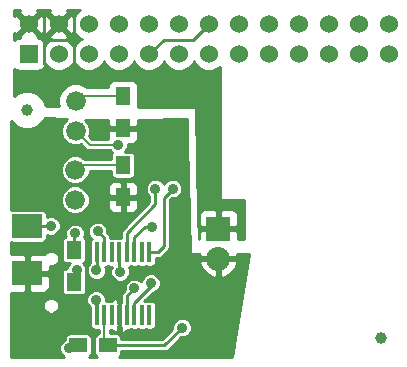
<source format=gtl>
G04 #@! TF.FileFunction,Copper,L1,Top,Signal*
%FSLAX46Y46*%
G04 Gerber Fmt 4.6, Leading zero omitted, Abs format (unit mm)*
G04 Created by KiCad (PCBNEW 4.0.1-stable) date 7/13/2016 10:57:54 AM*
%MOMM*%
G01*
G04 APERTURE LIST*
%ADD10C,0.150000*%
%ADD11R,2.500000X2.000000*%
%ADD12C,1.000000*%
%ADD13R,0.406400X1.651000*%
%ADD14R,1.524000X1.524000*%
%ADD15C,1.524000*%
%ADD16C,1.676400*%
%ADD17R,1.300000X1.500000*%
%ADD18R,1.500000X1.250000*%
%ADD19R,2.032000X2.032000*%
%ADD20O,2.032000X2.032000*%
%ADD21C,0.889000*%
%ADD22C,0.254000*%
%ADD23C,0.203200*%
G04 APERTURE END LIST*
D10*
D11*
X139800000Y-96000000D03*
X139800000Y-92000000D03*
D12*
X139778000Y-82144000D03*
X169750000Y-101448000D03*
D13*
X148223500Y-94209000D03*
X147588500Y-94209000D03*
X146953500Y-94209000D03*
X146318500Y-94209000D03*
X150128500Y-99543000D03*
X150128500Y-94209000D03*
X149493500Y-94209000D03*
X148858500Y-94209000D03*
X145683500Y-99543000D03*
X146318500Y-99543000D03*
X146953500Y-99543000D03*
X147588500Y-99543000D03*
X148223500Y-99543000D03*
X148858500Y-99543000D03*
X145683500Y-94209000D03*
X149493500Y-99543000D03*
D14*
X139905000Y-77445000D03*
D15*
X139905000Y-74905000D03*
X142445000Y-77445000D03*
X142445000Y-74905000D03*
X144985000Y-77445000D03*
X144985000Y-74905000D03*
X147525000Y-77445000D03*
X147525000Y-74905000D03*
X150065000Y-77445000D03*
X150065000Y-74905000D03*
X152605000Y-77445000D03*
X152605000Y-74905000D03*
X155145000Y-77445000D03*
X155145000Y-74905000D03*
X157685000Y-77445000D03*
X157685000Y-74905000D03*
X160225000Y-77445000D03*
X160225000Y-74905000D03*
X162765000Y-77445000D03*
X162765000Y-74905000D03*
X165305000Y-77445000D03*
X165305000Y-74905000D03*
X167845000Y-77445000D03*
X167845000Y-74905000D03*
X170385000Y-77445000D03*
X170385000Y-74905000D03*
D16*
X143842000Y-87224000D03*
X143842000Y-89764000D03*
X143880000Y-81380000D03*
X143880000Y-83920000D03*
D17*
X143760000Y-96690000D03*
X143760000Y-93990000D03*
D18*
X146616000Y-102083000D03*
X144116000Y-102083000D03*
D17*
X147906000Y-89526500D03*
X147906000Y-86826500D03*
X147906000Y-83684500D03*
X147906000Y-80984500D03*
D19*
X155956000Y-92202000D03*
D20*
X155956000Y-94742000D03*
D21*
X150382500Y-92050000D03*
X152908000Y-100584000D03*
X143890000Y-98340000D03*
X145620000Y-98240000D03*
X145650000Y-95740000D03*
X148858500Y-97257000D03*
X143334000Y-102337000D03*
X147652000Y-95860000D03*
X143840000Y-92600000D03*
X141790000Y-91960000D03*
X150636500Y-88811500D03*
X150255500Y-96812500D03*
X147460000Y-85100000D03*
X145747000Y-92431000D03*
X152097000Y-88811500D03*
X143980000Y-95720000D03*
D22*
X148858500Y-94209000D02*
X148858500Y-92949500D01*
X149758000Y-92050000D02*
X150382500Y-92050000D01*
X148858500Y-92949500D02*
X149758000Y-92050000D01*
X146318500Y-102083000D02*
X151409000Y-102083000D01*
X151409000Y-102083000D02*
X152908000Y-100584000D01*
D23*
X146318500Y-99543000D02*
X146318500Y-102083000D01*
D22*
X141224000Y-76200000D02*
X141224000Y-78232000D01*
X141224000Y-78232000D02*
X141478000Y-78486000D01*
X141224000Y-76200000D02*
X141224000Y-73914000D01*
X143764000Y-76200000D02*
X143764000Y-73914000D01*
X141224000Y-76200000D02*
X143764000Y-76200000D01*
X143764000Y-76200000D02*
X143764000Y-78232000D01*
X139905000Y-74905000D02*
X139929000Y-74905000D01*
X139929000Y-74905000D02*
X141224000Y-76200000D01*
X145683500Y-98303500D02*
X145620000Y-98240000D01*
X145683500Y-99543000D02*
X145683500Y-98303500D01*
X145650000Y-95740000D02*
X145683500Y-95706500D01*
X145683500Y-95706500D02*
X145683500Y-94209000D01*
X150065000Y-77445000D02*
X150139000Y-77445000D01*
X150139000Y-77445000D02*
X151384000Y-76200000D01*
X151384000Y-76200000D02*
X153850000Y-76200000D01*
X153850000Y-76200000D02*
X155145000Y-74905000D01*
X148223500Y-99543000D02*
X148223500Y-97892000D01*
X148223500Y-97892000D02*
X148858500Y-97257000D01*
D23*
X144413500Y-102083000D02*
X143588000Y-102083000D01*
X143588000Y-102083000D02*
X143334000Y-102337000D01*
D22*
X147588500Y-94209000D02*
X147588500Y-95796500D01*
X147588500Y-95796500D02*
X147652000Y-95860000D01*
X143760000Y-92680000D02*
X143840000Y-92600000D01*
X143760000Y-93990000D02*
X143760000Y-92680000D01*
X141750000Y-92000000D02*
X141790000Y-91960000D01*
X139800000Y-92000000D02*
X141750000Y-92000000D01*
X148223500Y-94209000D02*
X148223500Y-92568500D01*
X150636500Y-90155500D02*
X150636500Y-88811500D01*
X148223500Y-92568500D02*
X150636500Y-90155500D01*
D23*
X144239500Y-86826500D02*
X143842000Y-87224000D01*
X147906000Y-86826500D02*
X144239500Y-86826500D01*
X144275500Y-80984500D02*
X143880000Y-81380000D01*
X147906000Y-80984500D02*
X144275500Y-80984500D01*
D22*
X148858500Y-99543000D02*
X148858500Y-98463500D01*
X148858500Y-98463500D02*
X150255500Y-97066500D01*
X150255500Y-97066500D02*
X150255500Y-96812500D01*
D23*
X145060000Y-85100000D02*
X143880000Y-83920000D01*
X147460000Y-85100000D02*
X145060000Y-85100000D01*
D22*
X146318500Y-94209000D02*
X146318500Y-93002500D01*
X146318500Y-93002500D02*
X145747000Y-92431000D01*
X150065000Y-74905000D02*
X150065000Y-75032000D01*
X150128500Y-94209000D02*
X150827000Y-94209000D01*
X150827000Y-94209000D02*
X151335000Y-93701000D01*
X151335000Y-93701000D02*
X151335000Y-89573500D01*
X151335000Y-89573500D02*
X152097000Y-88811500D01*
X143760000Y-95940000D02*
X143760000Y-96690000D01*
X143980000Y-95720000D02*
X143760000Y-95940000D01*
G36*
X153959990Y-78235303D02*
X154352630Y-78628629D01*
X154865900Y-78841757D01*
X155421661Y-78842242D01*
X155935303Y-78630010D01*
X156083000Y-78482571D01*
X156083000Y-89662000D01*
X156093006Y-89711410D01*
X156121447Y-89753035D01*
X156163841Y-89780315D01*
X156210000Y-89789000D01*
X158115000Y-89789000D01*
X158115000Y-93091000D01*
X157607000Y-93091000D01*
X157607000Y-92487750D01*
X157448250Y-92329000D01*
X156083000Y-92329000D01*
X156083000Y-92349000D01*
X155829000Y-92349000D01*
X155829000Y-92329000D01*
X154463750Y-92329000D01*
X154305000Y-92487750D01*
X154305000Y-93091000D01*
X154302146Y-93091000D01*
X154255980Y-91059690D01*
X154305000Y-91059690D01*
X154305000Y-91916250D01*
X154463750Y-92075000D01*
X155829000Y-92075000D01*
X155829000Y-90709750D01*
X156083000Y-90709750D01*
X156083000Y-92075000D01*
X157448250Y-92075000D01*
X157607000Y-91916250D01*
X157607000Y-91059690D01*
X157510327Y-90826301D01*
X157331698Y-90647673D01*
X157098309Y-90551000D01*
X156241750Y-90551000D01*
X156083000Y-90709750D01*
X155829000Y-90709750D01*
X155670250Y-90551000D01*
X154813691Y-90551000D01*
X154580302Y-90647673D01*
X154401673Y-90826301D01*
X154305000Y-91059690D01*
X154255980Y-91059690D01*
X154050967Y-82039114D01*
X154039841Y-81989944D01*
X154010462Y-81948977D01*
X153967459Y-81922667D01*
X153925212Y-81915006D01*
X149176067Y-81869674D01*
X149203440Y-81734500D01*
X149203440Y-80234500D01*
X149159162Y-79999183D01*
X149020090Y-79783059D01*
X148807890Y-79638069D01*
X148556000Y-79587060D01*
X147256000Y-79587060D01*
X147020683Y-79631338D01*
X146804559Y-79770410D01*
X146659569Y-79982610D01*
X146608560Y-80234500D01*
X146608560Y-80247900D01*
X144831479Y-80247900D01*
X144715591Y-80131810D01*
X144174323Y-79907056D01*
X143588248Y-79906545D01*
X143046589Y-80130353D01*
X142631810Y-80544409D01*
X142407056Y-81085677D01*
X142406545Y-81671752D01*
X142461843Y-81805584D01*
X141394376Y-81795395D01*
X141158108Y-81223582D01*
X140700825Y-80765501D01*
X140103050Y-80517283D01*
X139455789Y-80516718D01*
X138857582Y-80763892D01*
X138685000Y-80936173D01*
X138685000Y-78662602D01*
X138891110Y-78803431D01*
X139143000Y-78854440D01*
X140667000Y-78854440D01*
X140902317Y-78810162D01*
X141118441Y-78671090D01*
X141263431Y-78458890D01*
X141300492Y-78275876D01*
X141652630Y-78628629D01*
X142165900Y-78841757D01*
X142721661Y-78842242D01*
X143235303Y-78630010D01*
X143628629Y-78237370D01*
X143714949Y-78029488D01*
X143799990Y-78235303D01*
X144192630Y-78628629D01*
X144705900Y-78841757D01*
X145261661Y-78842242D01*
X145775303Y-78630010D01*
X146168629Y-78237370D01*
X146254949Y-78029488D01*
X146339990Y-78235303D01*
X146732630Y-78628629D01*
X147245900Y-78841757D01*
X147801661Y-78842242D01*
X148315303Y-78630010D01*
X148708629Y-78237370D01*
X148794949Y-78029488D01*
X148879990Y-78235303D01*
X149272630Y-78628629D01*
X149785900Y-78841757D01*
X150341661Y-78842242D01*
X150855303Y-78630010D01*
X151248629Y-78237370D01*
X151334949Y-78029488D01*
X151419990Y-78235303D01*
X151812630Y-78628629D01*
X152325900Y-78841757D01*
X152881661Y-78842242D01*
X153395303Y-78630010D01*
X153788629Y-78237370D01*
X153874949Y-78029488D01*
X153959990Y-78235303D01*
X153959990Y-78235303D01*
G37*
X153959990Y-78235303D02*
X154352630Y-78628629D01*
X154865900Y-78841757D01*
X155421661Y-78842242D01*
X155935303Y-78630010D01*
X156083000Y-78482571D01*
X156083000Y-89662000D01*
X156093006Y-89711410D01*
X156121447Y-89753035D01*
X156163841Y-89780315D01*
X156210000Y-89789000D01*
X158115000Y-89789000D01*
X158115000Y-93091000D01*
X157607000Y-93091000D01*
X157607000Y-92487750D01*
X157448250Y-92329000D01*
X156083000Y-92329000D01*
X156083000Y-92349000D01*
X155829000Y-92349000D01*
X155829000Y-92329000D01*
X154463750Y-92329000D01*
X154305000Y-92487750D01*
X154305000Y-93091000D01*
X154302146Y-93091000D01*
X154255980Y-91059690D01*
X154305000Y-91059690D01*
X154305000Y-91916250D01*
X154463750Y-92075000D01*
X155829000Y-92075000D01*
X155829000Y-90709750D01*
X156083000Y-90709750D01*
X156083000Y-92075000D01*
X157448250Y-92075000D01*
X157607000Y-91916250D01*
X157607000Y-91059690D01*
X157510327Y-90826301D01*
X157331698Y-90647673D01*
X157098309Y-90551000D01*
X156241750Y-90551000D01*
X156083000Y-90709750D01*
X155829000Y-90709750D01*
X155670250Y-90551000D01*
X154813691Y-90551000D01*
X154580302Y-90647673D01*
X154401673Y-90826301D01*
X154305000Y-91059690D01*
X154255980Y-91059690D01*
X154050967Y-82039114D01*
X154039841Y-81989944D01*
X154010462Y-81948977D01*
X153967459Y-81922667D01*
X153925212Y-81915006D01*
X149176067Y-81869674D01*
X149203440Y-81734500D01*
X149203440Y-80234500D01*
X149159162Y-79999183D01*
X149020090Y-79783059D01*
X148807890Y-79638069D01*
X148556000Y-79587060D01*
X147256000Y-79587060D01*
X147020683Y-79631338D01*
X146804559Y-79770410D01*
X146659569Y-79982610D01*
X146608560Y-80234500D01*
X146608560Y-80247900D01*
X144831479Y-80247900D01*
X144715591Y-80131810D01*
X144174323Y-79907056D01*
X143588248Y-79906545D01*
X143046589Y-80130353D01*
X142631810Y-80544409D01*
X142407056Y-81085677D01*
X142406545Y-81671752D01*
X142461843Y-81805584D01*
X141394376Y-81795395D01*
X141158108Y-81223582D01*
X140700825Y-80765501D01*
X140103050Y-80517283D01*
X139455789Y-80516718D01*
X138857582Y-80763892D01*
X138685000Y-80936173D01*
X138685000Y-78662602D01*
X138891110Y-78803431D01*
X139143000Y-78854440D01*
X140667000Y-78854440D01*
X140902317Y-78810162D01*
X141118441Y-78671090D01*
X141263431Y-78458890D01*
X141300492Y-78275876D01*
X141652630Y-78628629D01*
X142165900Y-78841757D01*
X142721661Y-78842242D01*
X143235303Y-78630010D01*
X143628629Y-78237370D01*
X143714949Y-78029488D01*
X143799990Y-78235303D01*
X144192630Y-78628629D01*
X144705900Y-78841757D01*
X145261661Y-78842242D01*
X145775303Y-78630010D01*
X146168629Y-78237370D01*
X146254949Y-78029488D01*
X146339990Y-78235303D01*
X146732630Y-78628629D01*
X147245900Y-78841757D01*
X147801661Y-78842242D01*
X148315303Y-78630010D01*
X148708629Y-78237370D01*
X148794949Y-78029488D01*
X148879990Y-78235303D01*
X149272630Y-78628629D01*
X149785900Y-78841757D01*
X150341661Y-78842242D01*
X150855303Y-78630010D01*
X151248629Y-78237370D01*
X151334949Y-78029488D01*
X151419990Y-78235303D01*
X151812630Y-78628629D01*
X152325900Y-78841757D01*
X152881661Y-78842242D01*
X153395303Y-78630010D01*
X153788629Y-78237370D01*
X153874949Y-78029488D01*
X153959990Y-78235303D01*
G36*
X139104392Y-73924787D02*
X139905000Y-74725395D01*
X140705608Y-73924787D01*
X140636831Y-73685000D01*
X141713169Y-73685000D01*
X141644392Y-73924787D01*
X142445000Y-74725395D01*
X143245608Y-73924787D01*
X143176831Y-73685000D01*
X144279379Y-73685000D01*
X144194697Y-73719990D01*
X143801371Y-74112630D01*
X143721605Y-74304727D01*
X143667397Y-74173857D01*
X143425213Y-74104392D01*
X142624605Y-74905000D01*
X143425213Y-75705608D01*
X143667397Y-75636143D01*
X143717509Y-75495682D01*
X143799990Y-75695303D01*
X144192630Y-76088629D01*
X144400512Y-76174949D01*
X144194697Y-76259990D01*
X143801371Y-76652630D01*
X143715051Y-76860512D01*
X143630010Y-76654697D01*
X143237370Y-76261371D01*
X143045273Y-76181605D01*
X143176143Y-76127397D01*
X143245608Y-75885213D01*
X142445000Y-75084605D01*
X141644392Y-75885213D01*
X141713857Y-76127397D01*
X141854318Y-76177509D01*
X141654697Y-76259990D01*
X141301237Y-76612833D01*
X141270162Y-76447683D01*
X141131090Y-76231559D01*
X140918890Y-76086569D01*
X140667000Y-76035560D01*
X140662484Y-76035560D01*
X140705608Y-75885213D01*
X139905000Y-75084605D01*
X139104392Y-75885213D01*
X139147516Y-76035560D01*
X139143000Y-76035560D01*
X138907683Y-76079838D01*
X138691559Y-76218910D01*
X138685000Y-76228509D01*
X138685000Y-75636831D01*
X138924787Y-75705608D01*
X139725395Y-74905000D01*
X140084605Y-74905000D01*
X140885213Y-75705608D01*
X141127397Y-75636143D01*
X141171453Y-75512656D01*
X141222603Y-75636143D01*
X141464787Y-75705608D01*
X142265395Y-74905000D01*
X141464787Y-74104392D01*
X141222603Y-74173857D01*
X141178547Y-74297344D01*
X141127397Y-74173857D01*
X140885213Y-74104392D01*
X140084605Y-74905000D01*
X139725395Y-74905000D01*
X138924787Y-74104392D01*
X138685000Y-74173169D01*
X138685000Y-73685000D01*
X139173169Y-73685000D01*
X139104392Y-73924787D01*
X139104392Y-73924787D01*
G37*
X139104392Y-73924787D02*
X139905000Y-74725395D01*
X140705608Y-73924787D01*
X140636831Y-73685000D01*
X141713169Y-73685000D01*
X141644392Y-73924787D01*
X142445000Y-74725395D01*
X143245608Y-73924787D01*
X143176831Y-73685000D01*
X144279379Y-73685000D01*
X144194697Y-73719990D01*
X143801371Y-74112630D01*
X143721605Y-74304727D01*
X143667397Y-74173857D01*
X143425213Y-74104392D01*
X142624605Y-74905000D01*
X143425213Y-75705608D01*
X143667397Y-75636143D01*
X143717509Y-75495682D01*
X143799990Y-75695303D01*
X144192630Y-76088629D01*
X144400512Y-76174949D01*
X144194697Y-76259990D01*
X143801371Y-76652630D01*
X143715051Y-76860512D01*
X143630010Y-76654697D01*
X143237370Y-76261371D01*
X143045273Y-76181605D01*
X143176143Y-76127397D01*
X143245608Y-75885213D01*
X142445000Y-75084605D01*
X141644392Y-75885213D01*
X141713857Y-76127397D01*
X141854318Y-76177509D01*
X141654697Y-76259990D01*
X141301237Y-76612833D01*
X141270162Y-76447683D01*
X141131090Y-76231559D01*
X140918890Y-76086569D01*
X140667000Y-76035560D01*
X140662484Y-76035560D01*
X140705608Y-75885213D01*
X139905000Y-75084605D01*
X139104392Y-75885213D01*
X139147516Y-76035560D01*
X139143000Y-76035560D01*
X138907683Y-76079838D01*
X138691559Y-76218910D01*
X138685000Y-76228509D01*
X138685000Y-75636831D01*
X138924787Y-75705608D01*
X139725395Y-74905000D01*
X140084605Y-74905000D01*
X140885213Y-75705608D01*
X141127397Y-75636143D01*
X141171453Y-75512656D01*
X141222603Y-75636143D01*
X141464787Y-75705608D01*
X142265395Y-74905000D01*
X141464787Y-74104392D01*
X141222603Y-74173857D01*
X141178547Y-74297344D01*
X141127397Y-74173857D01*
X140885213Y-74104392D01*
X140084605Y-74905000D01*
X139725395Y-74905000D01*
X138924787Y-74104392D01*
X138685000Y-74173169D01*
X138685000Y-73685000D01*
X139173169Y-73685000D01*
X139104392Y-73924787D01*
G36*
X143157116Y-82918917D02*
X142847015Y-83228477D01*
X142661012Y-83676422D01*
X142660588Y-84161450D01*
X142845809Y-84609719D01*
X143188477Y-84952985D01*
X143636422Y-85138988D01*
X144121450Y-85139412D01*
X144330524Y-85053024D01*
X144718750Y-85441250D01*
X144875317Y-85545864D01*
X145060000Y-85582600D01*
X146775342Y-85582600D01*
X146988348Y-85795978D01*
X146985135Y-85798046D01*
X146898141Y-85925366D01*
X146867536Y-86076500D01*
X146867536Y-86343900D01*
X144686142Y-86343900D01*
X144533523Y-86191015D01*
X144085578Y-86005012D01*
X143600550Y-86004588D01*
X143152281Y-86189809D01*
X142809015Y-86532477D01*
X142623012Y-86980422D01*
X142622588Y-87465450D01*
X142807809Y-87913719D01*
X143150477Y-88256985D01*
X143598422Y-88442988D01*
X144083450Y-88443412D01*
X144531719Y-88258191D01*
X144874985Y-87915523D01*
X145060988Y-87467578D01*
X145061127Y-87309100D01*
X146867536Y-87309100D01*
X146867536Y-87576500D01*
X146894103Y-87717690D01*
X146977546Y-87847365D01*
X147104866Y-87934359D01*
X147256000Y-87964964D01*
X148556000Y-87964964D01*
X148697190Y-87938397D01*
X148826865Y-87854954D01*
X148913859Y-87727634D01*
X148944464Y-87576500D01*
X148944464Y-86076500D01*
X148917897Y-85935310D01*
X148834454Y-85805635D01*
X148707134Y-85718641D01*
X148556000Y-85688036D01*
X148039391Y-85688036D01*
X148159417Y-85568219D01*
X148285357Y-85264923D01*
X148285527Y-85069500D01*
X148682310Y-85069500D01*
X148915699Y-84972827D01*
X149094327Y-84794198D01*
X149191000Y-84560809D01*
X149191000Y-83970250D01*
X149032250Y-83811500D01*
X148033000Y-83811500D01*
X148033000Y-83831500D01*
X147779000Y-83831500D01*
X147779000Y-83811500D01*
X146779750Y-83811500D01*
X146621000Y-83970250D01*
X146621000Y-84560809D01*
X146644441Y-84617400D01*
X145259900Y-84617400D01*
X145013047Y-84370547D01*
X145098988Y-84163578D01*
X145099412Y-83678550D01*
X144914191Y-83230281D01*
X144682111Y-82997796D01*
X145359440Y-83032830D01*
X145367609Y-83032990D01*
X146621000Y-83017109D01*
X146621000Y-83398750D01*
X146779750Y-83557500D01*
X147779000Y-83557500D01*
X147779000Y-83537500D01*
X148033000Y-83537500D01*
X148033000Y-83557500D01*
X149032250Y-83557500D01*
X149191000Y-83398750D01*
X149191000Y-82984545D01*
X153289000Y-82932620D01*
X153289000Y-84836000D01*
X153289046Y-84839431D01*
X153543046Y-94237431D01*
X153554383Y-94286553D01*
X153583938Y-94327394D01*
X153627054Y-94353518D01*
X153670000Y-94361000D01*
X154350930Y-94361000D01*
X154469164Y-94615000D01*
X155829000Y-94615000D01*
X155829000Y-94595000D01*
X156083000Y-94595000D01*
X156083000Y-94615000D01*
X157442836Y-94615000D01*
X157561070Y-94361000D01*
X158600082Y-94361000D01*
X157152082Y-103049000D01*
X147539665Y-103049000D01*
X147636865Y-102986454D01*
X147723859Y-102859134D01*
X147754464Y-102708000D01*
X147754464Y-102591000D01*
X151409000Y-102591000D01*
X151603403Y-102552331D01*
X151768210Y-102442210D01*
X152801013Y-101409407D01*
X153071482Y-101409643D01*
X153374998Y-101284233D01*
X153607417Y-101052219D01*
X153733357Y-100748923D01*
X153733643Y-100420518D01*
X153608233Y-100117002D01*
X153376219Y-99884583D01*
X153072923Y-99758643D01*
X152744518Y-99758357D01*
X152441002Y-99883767D01*
X152208583Y-100115781D01*
X152082643Y-100419077D01*
X152082406Y-100691174D01*
X151198580Y-101575000D01*
X147754464Y-101575000D01*
X147754464Y-101458000D01*
X147727897Y-101316810D01*
X147644454Y-101187135D01*
X147517134Y-101100141D01*
X147366000Y-101069536D01*
X146801100Y-101069536D01*
X146801100Y-100756964D01*
X146875738Y-100756964D01*
X147025602Y-100906827D01*
X147258991Y-101003500D01*
X147328150Y-101003500D01*
X147486900Y-100844750D01*
X147486900Y-100560114D01*
X147514559Y-100519634D01*
X147545164Y-100368500D01*
X147545164Y-98717500D01*
X147631836Y-98717500D01*
X147631836Y-100368500D01*
X147658403Y-100509690D01*
X147690100Y-100558949D01*
X147690100Y-100844750D01*
X147848850Y-101003500D01*
X147918009Y-101003500D01*
X148151398Y-100906827D01*
X148301262Y-100756964D01*
X148426700Y-100756964D01*
X148545195Y-100734667D01*
X148655300Y-100756964D01*
X149061700Y-100756964D01*
X149180195Y-100734667D01*
X149290300Y-100756964D01*
X149696700Y-100756964D01*
X149815195Y-100734667D01*
X149925300Y-100756964D01*
X150331700Y-100756964D01*
X150472890Y-100730397D01*
X150602565Y-100646954D01*
X150689559Y-100519634D01*
X150720164Y-100368500D01*
X150720164Y-98717500D01*
X150693597Y-98576310D01*
X150610154Y-98446635D01*
X150482834Y-98359641D01*
X150331700Y-98329036D01*
X149925300Y-98329036D01*
X149806805Y-98351333D01*
X149708911Y-98331509D01*
X150402292Y-97638128D01*
X150418982Y-97638143D01*
X150722498Y-97512733D01*
X150954917Y-97280719D01*
X151080857Y-96977423D01*
X151081143Y-96649018D01*
X150955733Y-96345502D01*
X150723719Y-96113083D01*
X150420423Y-95987143D01*
X150092018Y-95986857D01*
X149788502Y-96112267D01*
X149556083Y-96344281D01*
X149430143Y-96647577D01*
X149430131Y-96661176D01*
X149326719Y-96557583D01*
X149023423Y-96431643D01*
X148695018Y-96431357D01*
X148391502Y-96556767D01*
X148159083Y-96788781D01*
X148033143Y-97092077D01*
X148032906Y-97364174D01*
X147864290Y-97532790D01*
X147754169Y-97697597D01*
X147715500Y-97892000D01*
X147715500Y-98215850D01*
X147690100Y-98241250D01*
X147690100Y-98525886D01*
X147662441Y-98566366D01*
X147631836Y-98717500D01*
X147545164Y-98717500D01*
X147518597Y-98576310D01*
X147486900Y-98527051D01*
X147486900Y-98241250D01*
X147328150Y-98082500D01*
X147258991Y-98082500D01*
X147025602Y-98179173D01*
X146875738Y-98329036D01*
X146750300Y-98329036D01*
X146631805Y-98351333D01*
X146521700Y-98329036D01*
X146445423Y-98329036D01*
X146445643Y-98076518D01*
X146320233Y-97773002D01*
X146088219Y-97540583D01*
X145784923Y-97414643D01*
X145456518Y-97414357D01*
X145153002Y-97539767D01*
X144920583Y-97771781D01*
X144794643Y-98075077D01*
X144794357Y-98403482D01*
X144919767Y-98706998D01*
X145091836Y-98879367D01*
X145091836Y-100368500D01*
X145118403Y-100509690D01*
X145201846Y-100639365D01*
X145329166Y-100726359D01*
X145480300Y-100756964D01*
X145835900Y-100756964D01*
X145835900Y-101075200D01*
X145724810Y-101096103D01*
X145595135Y-101179546D01*
X145508141Y-101306866D01*
X145477536Y-101458000D01*
X145477536Y-102708000D01*
X145504103Y-102849190D01*
X145587546Y-102978865D01*
X145690192Y-103049000D01*
X145039665Y-103049000D01*
X145136865Y-102986454D01*
X145223859Y-102859134D01*
X145254464Y-102708000D01*
X145254464Y-101458000D01*
X145227897Y-101316810D01*
X145144454Y-101187135D01*
X145017134Y-101100141D01*
X144866000Y-101069536D01*
X143366000Y-101069536D01*
X143224810Y-101096103D01*
X143095135Y-101179546D01*
X143008141Y-101306866D01*
X142977536Y-101458000D01*
X142977536Y-101591095D01*
X142867002Y-101636767D01*
X142634583Y-101868781D01*
X142508643Y-102172077D01*
X142508357Y-102500482D01*
X142633767Y-102803998D01*
X142865781Y-103036417D01*
X142896084Y-103049000D01*
X138431000Y-103049000D01*
X138431000Y-98869914D01*
X141148886Y-98869914D01*
X141248546Y-99111109D01*
X141432921Y-99295806D01*
X141673941Y-99395886D01*
X141934914Y-99396114D01*
X142176109Y-99296454D01*
X142360806Y-99112079D01*
X142460886Y-98871059D01*
X142461114Y-98610086D01*
X142361454Y-98368891D01*
X142177079Y-98184194D01*
X141936059Y-98084114D01*
X141675086Y-98083886D01*
X141433891Y-98183546D01*
X141249194Y-98367921D01*
X141149114Y-98608941D01*
X141148886Y-98869914D01*
X138431000Y-98869914D01*
X138431000Y-97635000D01*
X139514250Y-97635000D01*
X139673000Y-97476250D01*
X139673000Y-96127000D01*
X139927000Y-96127000D01*
X139927000Y-97476250D01*
X140085750Y-97635000D01*
X141176310Y-97635000D01*
X141409699Y-97538327D01*
X141588327Y-97359698D01*
X141685000Y-97126309D01*
X141685000Y-96285750D01*
X141526250Y-96127000D01*
X139927000Y-96127000D01*
X139673000Y-96127000D01*
X139653000Y-96127000D01*
X139653000Y-95873000D01*
X139673000Y-95873000D01*
X139673000Y-94523750D01*
X139927000Y-94523750D01*
X139927000Y-95873000D01*
X141526250Y-95873000D01*
X141685000Y-95714250D01*
X141685000Y-95395896D01*
X141934914Y-95396114D01*
X142176109Y-95296454D01*
X142360806Y-95112079D01*
X142460886Y-94871059D01*
X142461114Y-94610086D01*
X142361454Y-94368891D01*
X142177079Y-94184194D01*
X141936059Y-94084114D01*
X141675086Y-94083886D01*
X141433891Y-94183546D01*
X141249194Y-94367921D01*
X141239533Y-94391188D01*
X141176310Y-94365000D01*
X140085750Y-94365000D01*
X139927000Y-94523750D01*
X139673000Y-94523750D01*
X139514250Y-94365000D01*
X138431000Y-94365000D01*
X138431000Y-93364366D01*
X138550000Y-93388464D01*
X141050000Y-93388464D01*
X141191190Y-93361897D01*
X141320865Y-93278454D01*
X141347139Y-93240000D01*
X142721536Y-93240000D01*
X142721536Y-94740000D01*
X142748103Y-94881190D01*
X142831546Y-95010865D01*
X142958866Y-95097859D01*
X143110000Y-95128464D01*
X143404115Y-95128464D01*
X143280583Y-95251781D01*
X143156113Y-95551536D01*
X143110000Y-95551536D01*
X142968810Y-95578103D01*
X142839135Y-95661546D01*
X142752141Y-95788866D01*
X142721536Y-95940000D01*
X142721536Y-97440000D01*
X142748103Y-97581190D01*
X142831546Y-97710865D01*
X142958866Y-97797859D01*
X143110000Y-97828464D01*
X144410000Y-97828464D01*
X144551190Y-97801897D01*
X144680865Y-97718454D01*
X144767859Y-97591134D01*
X144798464Y-97440000D01*
X144798464Y-95940000D01*
X144793482Y-95913522D01*
X144797650Y-95903482D01*
X144824357Y-95903482D01*
X144949767Y-96206998D01*
X145181781Y-96439417D01*
X145485077Y-96565357D01*
X145813482Y-96565643D01*
X146116998Y-96440233D01*
X146349417Y-96208219D01*
X146475357Y-95904923D01*
X146475643Y-95576518D01*
X146412196Y-95422964D01*
X146521700Y-95422964D01*
X146640195Y-95400667D01*
X146750300Y-95422964D01*
X146939635Y-95422964D01*
X146826643Y-95695077D01*
X146826357Y-96023482D01*
X146951767Y-96326998D01*
X147183781Y-96559417D01*
X147487077Y-96685357D01*
X147815482Y-96685643D01*
X148118998Y-96560233D01*
X148351417Y-96328219D01*
X148477357Y-96024923D01*
X148477643Y-95696518D01*
X148364613Y-95422964D01*
X148426700Y-95422964D01*
X148545195Y-95400667D01*
X148655300Y-95422964D01*
X149061700Y-95422964D01*
X149180195Y-95400667D01*
X149290300Y-95422964D01*
X149696700Y-95422964D01*
X149815195Y-95400667D01*
X149925300Y-95422964D01*
X150331700Y-95422964D01*
X150472890Y-95396397D01*
X150602565Y-95312954D01*
X150689559Y-95185634D01*
X150701848Y-95124944D01*
X154350025Y-95124944D01*
X154549615Y-95606818D01*
X154987621Y-96079188D01*
X155573054Y-96347983D01*
X155829000Y-96229367D01*
X155829000Y-94869000D01*
X156083000Y-94869000D01*
X156083000Y-96229367D01*
X156338946Y-96347983D01*
X156924379Y-96079188D01*
X157362385Y-95606818D01*
X157561975Y-95124944D01*
X157442836Y-94869000D01*
X156083000Y-94869000D01*
X155829000Y-94869000D01*
X154469164Y-94869000D01*
X154350025Y-95124944D01*
X150701848Y-95124944D01*
X150720164Y-95034500D01*
X150720164Y-94717000D01*
X150827000Y-94717000D01*
X151021403Y-94678331D01*
X151186210Y-94568210D01*
X151694210Y-94060211D01*
X151804330Y-93895404D01*
X151804331Y-93895403D01*
X151843000Y-93701000D01*
X151843000Y-89783920D01*
X151990013Y-89636907D01*
X152260482Y-89637143D01*
X152563998Y-89511733D01*
X152796417Y-89279719D01*
X152922357Y-88976423D01*
X152922643Y-88648018D01*
X152797233Y-88344502D01*
X152565219Y-88112083D01*
X152261923Y-87986143D01*
X151933518Y-87985857D01*
X151630002Y-88111267D01*
X151397583Y-88343281D01*
X151366830Y-88417342D01*
X151336733Y-88344502D01*
X151104719Y-88112083D01*
X150801423Y-87986143D01*
X150473018Y-87985857D01*
X150169502Y-88111267D01*
X149937083Y-88343281D01*
X149811143Y-88646577D01*
X149810857Y-88974982D01*
X149936267Y-89278498D01*
X150128500Y-89471067D01*
X150128500Y-89945080D01*
X147864290Y-92209290D01*
X147754169Y-92374097D01*
X147715500Y-92568500D01*
X147715500Y-92995036D01*
X147385300Y-92995036D01*
X147266805Y-93017333D01*
X147156700Y-92995036D01*
X146825015Y-92995036D01*
X146787831Y-92808097D01*
X146677710Y-92643290D01*
X146572407Y-92537987D01*
X146572643Y-92267518D01*
X146447233Y-91964002D01*
X146215219Y-91731583D01*
X145911923Y-91605643D01*
X145583518Y-91605357D01*
X145280002Y-91730767D01*
X145047583Y-91962781D01*
X144921643Y-92266077D01*
X144921357Y-92594482D01*
X145046767Y-92897998D01*
X145236237Y-93087799D01*
X145209435Y-93105046D01*
X145122441Y-93232366D01*
X145091836Y-93383500D01*
X145091836Y-95034500D01*
X145107087Y-95115550D01*
X144950583Y-95271781D01*
X144824643Y-95575077D01*
X144824357Y-95903482D01*
X144797650Y-95903482D01*
X144805357Y-95884923D01*
X144805643Y-95556518D01*
X144680233Y-95253002D01*
X144532838Y-95105350D01*
X144551190Y-95101897D01*
X144680865Y-95018454D01*
X144767859Y-94891134D01*
X144798464Y-94740000D01*
X144798464Y-93240000D01*
X144771897Y-93098810D01*
X144688454Y-92969135D01*
X144604406Y-92911708D01*
X144665357Y-92764923D01*
X144665643Y-92436518D01*
X144540233Y-92133002D01*
X144308219Y-91900583D01*
X144004923Y-91774643D01*
X143676518Y-91774357D01*
X143373002Y-91899767D01*
X143140583Y-92131781D01*
X143014643Y-92435077D01*
X143014357Y-92763482D01*
X143055015Y-92861882D01*
X142968810Y-92878103D01*
X142839135Y-92961546D01*
X142752141Y-93088866D01*
X142721536Y-93240000D01*
X141347139Y-93240000D01*
X141407859Y-93151134D01*
X141438464Y-93000000D01*
X141438464Y-92707868D01*
X141625077Y-92785357D01*
X141953482Y-92785643D01*
X142256998Y-92660233D01*
X142489417Y-92428219D01*
X142615357Y-92124923D01*
X142615643Y-91796518D01*
X142490233Y-91493002D01*
X142258219Y-91260583D01*
X141954923Y-91134643D01*
X141626518Y-91134357D01*
X141438464Y-91212059D01*
X141438464Y-91000000D01*
X141411897Y-90858810D01*
X141328454Y-90729135D01*
X141201134Y-90642141D01*
X141050000Y-90611536D01*
X138550000Y-90611536D01*
X138431000Y-90633928D01*
X138431000Y-90005450D01*
X142622588Y-90005450D01*
X142807809Y-90453719D01*
X143150477Y-90796985D01*
X143598422Y-90982988D01*
X144083450Y-90983412D01*
X144531719Y-90798191D01*
X144874985Y-90455523D01*
X145060988Y-90007578D01*
X145061158Y-89812250D01*
X146621000Y-89812250D01*
X146621000Y-90402809D01*
X146717673Y-90636198D01*
X146896301Y-90814827D01*
X147129690Y-90911500D01*
X147620250Y-90911500D01*
X147779000Y-90752750D01*
X147779000Y-89653500D01*
X148033000Y-89653500D01*
X148033000Y-90752750D01*
X148191750Y-90911500D01*
X148682310Y-90911500D01*
X148915699Y-90814827D01*
X149094327Y-90636198D01*
X149191000Y-90402809D01*
X149191000Y-89812250D01*
X149032250Y-89653500D01*
X148033000Y-89653500D01*
X147779000Y-89653500D01*
X146779750Y-89653500D01*
X146621000Y-89812250D01*
X145061158Y-89812250D01*
X145061412Y-89522550D01*
X144876191Y-89074281D01*
X144533523Y-88731015D01*
X144338878Y-88650191D01*
X146621000Y-88650191D01*
X146621000Y-89240750D01*
X146779750Y-89399500D01*
X147779000Y-89399500D01*
X147779000Y-88300250D01*
X148033000Y-88300250D01*
X148033000Y-89399500D01*
X149032250Y-89399500D01*
X149191000Y-89240750D01*
X149191000Y-88650191D01*
X149094327Y-88416802D01*
X148915699Y-88238173D01*
X148682310Y-88141500D01*
X148191750Y-88141500D01*
X148033000Y-88300250D01*
X147779000Y-88300250D01*
X147620250Y-88141500D01*
X147129690Y-88141500D01*
X146896301Y-88238173D01*
X146717673Y-88416802D01*
X146621000Y-88650191D01*
X144338878Y-88650191D01*
X144085578Y-88545012D01*
X143600550Y-88544588D01*
X143152281Y-88729809D01*
X142809015Y-89072477D01*
X142623012Y-89520422D01*
X142622588Y-90005450D01*
X138431000Y-90005450D01*
X138431000Y-83097584D01*
X138855175Y-83522499D01*
X139452950Y-83770717D01*
X140100211Y-83771282D01*
X140698418Y-83524108D01*
X141156499Y-83066825D01*
X141258690Y-82820722D01*
X143157116Y-82918917D01*
X143157116Y-82918917D01*
G37*
X143157116Y-82918917D02*
X142847015Y-83228477D01*
X142661012Y-83676422D01*
X142660588Y-84161450D01*
X142845809Y-84609719D01*
X143188477Y-84952985D01*
X143636422Y-85138988D01*
X144121450Y-85139412D01*
X144330524Y-85053024D01*
X144718750Y-85441250D01*
X144875317Y-85545864D01*
X145060000Y-85582600D01*
X146775342Y-85582600D01*
X146988348Y-85795978D01*
X146985135Y-85798046D01*
X146898141Y-85925366D01*
X146867536Y-86076500D01*
X146867536Y-86343900D01*
X144686142Y-86343900D01*
X144533523Y-86191015D01*
X144085578Y-86005012D01*
X143600550Y-86004588D01*
X143152281Y-86189809D01*
X142809015Y-86532477D01*
X142623012Y-86980422D01*
X142622588Y-87465450D01*
X142807809Y-87913719D01*
X143150477Y-88256985D01*
X143598422Y-88442988D01*
X144083450Y-88443412D01*
X144531719Y-88258191D01*
X144874985Y-87915523D01*
X145060988Y-87467578D01*
X145061127Y-87309100D01*
X146867536Y-87309100D01*
X146867536Y-87576500D01*
X146894103Y-87717690D01*
X146977546Y-87847365D01*
X147104866Y-87934359D01*
X147256000Y-87964964D01*
X148556000Y-87964964D01*
X148697190Y-87938397D01*
X148826865Y-87854954D01*
X148913859Y-87727634D01*
X148944464Y-87576500D01*
X148944464Y-86076500D01*
X148917897Y-85935310D01*
X148834454Y-85805635D01*
X148707134Y-85718641D01*
X148556000Y-85688036D01*
X148039391Y-85688036D01*
X148159417Y-85568219D01*
X148285357Y-85264923D01*
X148285527Y-85069500D01*
X148682310Y-85069500D01*
X148915699Y-84972827D01*
X149094327Y-84794198D01*
X149191000Y-84560809D01*
X149191000Y-83970250D01*
X149032250Y-83811500D01*
X148033000Y-83811500D01*
X148033000Y-83831500D01*
X147779000Y-83831500D01*
X147779000Y-83811500D01*
X146779750Y-83811500D01*
X146621000Y-83970250D01*
X146621000Y-84560809D01*
X146644441Y-84617400D01*
X145259900Y-84617400D01*
X145013047Y-84370547D01*
X145098988Y-84163578D01*
X145099412Y-83678550D01*
X144914191Y-83230281D01*
X144682111Y-82997796D01*
X145359440Y-83032830D01*
X145367609Y-83032990D01*
X146621000Y-83017109D01*
X146621000Y-83398750D01*
X146779750Y-83557500D01*
X147779000Y-83557500D01*
X147779000Y-83537500D01*
X148033000Y-83537500D01*
X148033000Y-83557500D01*
X149032250Y-83557500D01*
X149191000Y-83398750D01*
X149191000Y-82984545D01*
X153289000Y-82932620D01*
X153289000Y-84836000D01*
X153289046Y-84839431D01*
X153543046Y-94237431D01*
X153554383Y-94286553D01*
X153583938Y-94327394D01*
X153627054Y-94353518D01*
X153670000Y-94361000D01*
X154350930Y-94361000D01*
X154469164Y-94615000D01*
X155829000Y-94615000D01*
X155829000Y-94595000D01*
X156083000Y-94595000D01*
X156083000Y-94615000D01*
X157442836Y-94615000D01*
X157561070Y-94361000D01*
X158600082Y-94361000D01*
X157152082Y-103049000D01*
X147539665Y-103049000D01*
X147636865Y-102986454D01*
X147723859Y-102859134D01*
X147754464Y-102708000D01*
X147754464Y-102591000D01*
X151409000Y-102591000D01*
X151603403Y-102552331D01*
X151768210Y-102442210D01*
X152801013Y-101409407D01*
X153071482Y-101409643D01*
X153374998Y-101284233D01*
X153607417Y-101052219D01*
X153733357Y-100748923D01*
X153733643Y-100420518D01*
X153608233Y-100117002D01*
X153376219Y-99884583D01*
X153072923Y-99758643D01*
X152744518Y-99758357D01*
X152441002Y-99883767D01*
X152208583Y-100115781D01*
X152082643Y-100419077D01*
X152082406Y-100691174D01*
X151198580Y-101575000D01*
X147754464Y-101575000D01*
X147754464Y-101458000D01*
X147727897Y-101316810D01*
X147644454Y-101187135D01*
X147517134Y-101100141D01*
X147366000Y-101069536D01*
X146801100Y-101069536D01*
X146801100Y-100756964D01*
X146875738Y-100756964D01*
X147025602Y-100906827D01*
X147258991Y-101003500D01*
X147328150Y-101003500D01*
X147486900Y-100844750D01*
X147486900Y-100560114D01*
X147514559Y-100519634D01*
X147545164Y-100368500D01*
X147545164Y-98717500D01*
X147631836Y-98717500D01*
X147631836Y-100368500D01*
X147658403Y-100509690D01*
X147690100Y-100558949D01*
X147690100Y-100844750D01*
X147848850Y-101003500D01*
X147918009Y-101003500D01*
X148151398Y-100906827D01*
X148301262Y-100756964D01*
X148426700Y-100756964D01*
X148545195Y-100734667D01*
X148655300Y-100756964D01*
X149061700Y-100756964D01*
X149180195Y-100734667D01*
X149290300Y-100756964D01*
X149696700Y-100756964D01*
X149815195Y-100734667D01*
X149925300Y-100756964D01*
X150331700Y-100756964D01*
X150472890Y-100730397D01*
X150602565Y-100646954D01*
X150689559Y-100519634D01*
X150720164Y-100368500D01*
X150720164Y-98717500D01*
X150693597Y-98576310D01*
X150610154Y-98446635D01*
X150482834Y-98359641D01*
X150331700Y-98329036D01*
X149925300Y-98329036D01*
X149806805Y-98351333D01*
X149708911Y-98331509D01*
X150402292Y-97638128D01*
X150418982Y-97638143D01*
X150722498Y-97512733D01*
X150954917Y-97280719D01*
X151080857Y-96977423D01*
X151081143Y-96649018D01*
X150955733Y-96345502D01*
X150723719Y-96113083D01*
X150420423Y-95987143D01*
X150092018Y-95986857D01*
X149788502Y-96112267D01*
X149556083Y-96344281D01*
X149430143Y-96647577D01*
X149430131Y-96661176D01*
X149326719Y-96557583D01*
X149023423Y-96431643D01*
X148695018Y-96431357D01*
X148391502Y-96556767D01*
X148159083Y-96788781D01*
X148033143Y-97092077D01*
X148032906Y-97364174D01*
X147864290Y-97532790D01*
X147754169Y-97697597D01*
X147715500Y-97892000D01*
X147715500Y-98215850D01*
X147690100Y-98241250D01*
X147690100Y-98525886D01*
X147662441Y-98566366D01*
X147631836Y-98717500D01*
X147545164Y-98717500D01*
X147518597Y-98576310D01*
X147486900Y-98527051D01*
X147486900Y-98241250D01*
X147328150Y-98082500D01*
X147258991Y-98082500D01*
X147025602Y-98179173D01*
X146875738Y-98329036D01*
X146750300Y-98329036D01*
X146631805Y-98351333D01*
X146521700Y-98329036D01*
X146445423Y-98329036D01*
X146445643Y-98076518D01*
X146320233Y-97773002D01*
X146088219Y-97540583D01*
X145784923Y-97414643D01*
X145456518Y-97414357D01*
X145153002Y-97539767D01*
X144920583Y-97771781D01*
X144794643Y-98075077D01*
X144794357Y-98403482D01*
X144919767Y-98706998D01*
X145091836Y-98879367D01*
X145091836Y-100368500D01*
X145118403Y-100509690D01*
X145201846Y-100639365D01*
X145329166Y-100726359D01*
X145480300Y-100756964D01*
X145835900Y-100756964D01*
X145835900Y-101075200D01*
X145724810Y-101096103D01*
X145595135Y-101179546D01*
X145508141Y-101306866D01*
X145477536Y-101458000D01*
X145477536Y-102708000D01*
X145504103Y-102849190D01*
X145587546Y-102978865D01*
X145690192Y-103049000D01*
X145039665Y-103049000D01*
X145136865Y-102986454D01*
X145223859Y-102859134D01*
X145254464Y-102708000D01*
X145254464Y-101458000D01*
X145227897Y-101316810D01*
X145144454Y-101187135D01*
X145017134Y-101100141D01*
X144866000Y-101069536D01*
X143366000Y-101069536D01*
X143224810Y-101096103D01*
X143095135Y-101179546D01*
X143008141Y-101306866D01*
X142977536Y-101458000D01*
X142977536Y-101591095D01*
X142867002Y-101636767D01*
X142634583Y-101868781D01*
X142508643Y-102172077D01*
X142508357Y-102500482D01*
X142633767Y-102803998D01*
X142865781Y-103036417D01*
X142896084Y-103049000D01*
X138431000Y-103049000D01*
X138431000Y-98869914D01*
X141148886Y-98869914D01*
X141248546Y-99111109D01*
X141432921Y-99295806D01*
X141673941Y-99395886D01*
X141934914Y-99396114D01*
X142176109Y-99296454D01*
X142360806Y-99112079D01*
X142460886Y-98871059D01*
X142461114Y-98610086D01*
X142361454Y-98368891D01*
X142177079Y-98184194D01*
X141936059Y-98084114D01*
X141675086Y-98083886D01*
X141433891Y-98183546D01*
X141249194Y-98367921D01*
X141149114Y-98608941D01*
X141148886Y-98869914D01*
X138431000Y-98869914D01*
X138431000Y-97635000D01*
X139514250Y-97635000D01*
X139673000Y-97476250D01*
X139673000Y-96127000D01*
X139927000Y-96127000D01*
X139927000Y-97476250D01*
X140085750Y-97635000D01*
X141176310Y-97635000D01*
X141409699Y-97538327D01*
X141588327Y-97359698D01*
X141685000Y-97126309D01*
X141685000Y-96285750D01*
X141526250Y-96127000D01*
X139927000Y-96127000D01*
X139673000Y-96127000D01*
X139653000Y-96127000D01*
X139653000Y-95873000D01*
X139673000Y-95873000D01*
X139673000Y-94523750D01*
X139927000Y-94523750D01*
X139927000Y-95873000D01*
X141526250Y-95873000D01*
X141685000Y-95714250D01*
X141685000Y-95395896D01*
X141934914Y-95396114D01*
X142176109Y-95296454D01*
X142360806Y-95112079D01*
X142460886Y-94871059D01*
X142461114Y-94610086D01*
X142361454Y-94368891D01*
X142177079Y-94184194D01*
X141936059Y-94084114D01*
X141675086Y-94083886D01*
X141433891Y-94183546D01*
X141249194Y-94367921D01*
X141239533Y-94391188D01*
X141176310Y-94365000D01*
X140085750Y-94365000D01*
X139927000Y-94523750D01*
X139673000Y-94523750D01*
X139514250Y-94365000D01*
X138431000Y-94365000D01*
X138431000Y-93364366D01*
X138550000Y-93388464D01*
X141050000Y-93388464D01*
X141191190Y-93361897D01*
X141320865Y-93278454D01*
X141347139Y-93240000D01*
X142721536Y-93240000D01*
X142721536Y-94740000D01*
X142748103Y-94881190D01*
X142831546Y-95010865D01*
X142958866Y-95097859D01*
X143110000Y-95128464D01*
X143404115Y-95128464D01*
X143280583Y-95251781D01*
X143156113Y-95551536D01*
X143110000Y-95551536D01*
X142968810Y-95578103D01*
X142839135Y-95661546D01*
X142752141Y-95788866D01*
X142721536Y-95940000D01*
X142721536Y-97440000D01*
X142748103Y-97581190D01*
X142831546Y-97710865D01*
X142958866Y-97797859D01*
X143110000Y-97828464D01*
X144410000Y-97828464D01*
X144551190Y-97801897D01*
X144680865Y-97718454D01*
X144767859Y-97591134D01*
X144798464Y-97440000D01*
X144798464Y-95940000D01*
X144793482Y-95913522D01*
X144797650Y-95903482D01*
X144824357Y-95903482D01*
X144949767Y-96206998D01*
X145181781Y-96439417D01*
X145485077Y-96565357D01*
X145813482Y-96565643D01*
X146116998Y-96440233D01*
X146349417Y-96208219D01*
X146475357Y-95904923D01*
X146475643Y-95576518D01*
X146412196Y-95422964D01*
X146521700Y-95422964D01*
X146640195Y-95400667D01*
X146750300Y-95422964D01*
X146939635Y-95422964D01*
X146826643Y-95695077D01*
X146826357Y-96023482D01*
X146951767Y-96326998D01*
X147183781Y-96559417D01*
X147487077Y-96685357D01*
X147815482Y-96685643D01*
X148118998Y-96560233D01*
X148351417Y-96328219D01*
X148477357Y-96024923D01*
X148477643Y-95696518D01*
X148364613Y-95422964D01*
X148426700Y-95422964D01*
X148545195Y-95400667D01*
X148655300Y-95422964D01*
X149061700Y-95422964D01*
X149180195Y-95400667D01*
X149290300Y-95422964D01*
X149696700Y-95422964D01*
X149815195Y-95400667D01*
X149925300Y-95422964D01*
X150331700Y-95422964D01*
X150472890Y-95396397D01*
X150602565Y-95312954D01*
X150689559Y-95185634D01*
X150701848Y-95124944D01*
X154350025Y-95124944D01*
X154549615Y-95606818D01*
X154987621Y-96079188D01*
X155573054Y-96347983D01*
X155829000Y-96229367D01*
X155829000Y-94869000D01*
X156083000Y-94869000D01*
X156083000Y-96229367D01*
X156338946Y-96347983D01*
X156924379Y-96079188D01*
X157362385Y-95606818D01*
X157561975Y-95124944D01*
X157442836Y-94869000D01*
X156083000Y-94869000D01*
X155829000Y-94869000D01*
X154469164Y-94869000D01*
X154350025Y-95124944D01*
X150701848Y-95124944D01*
X150720164Y-95034500D01*
X150720164Y-94717000D01*
X150827000Y-94717000D01*
X151021403Y-94678331D01*
X151186210Y-94568210D01*
X151694210Y-94060211D01*
X151804330Y-93895404D01*
X151804331Y-93895403D01*
X151843000Y-93701000D01*
X151843000Y-89783920D01*
X151990013Y-89636907D01*
X152260482Y-89637143D01*
X152563998Y-89511733D01*
X152796417Y-89279719D01*
X152922357Y-88976423D01*
X152922643Y-88648018D01*
X152797233Y-88344502D01*
X152565219Y-88112083D01*
X152261923Y-87986143D01*
X151933518Y-87985857D01*
X151630002Y-88111267D01*
X151397583Y-88343281D01*
X151366830Y-88417342D01*
X151336733Y-88344502D01*
X151104719Y-88112083D01*
X150801423Y-87986143D01*
X150473018Y-87985857D01*
X150169502Y-88111267D01*
X149937083Y-88343281D01*
X149811143Y-88646577D01*
X149810857Y-88974982D01*
X149936267Y-89278498D01*
X150128500Y-89471067D01*
X150128500Y-89945080D01*
X147864290Y-92209290D01*
X147754169Y-92374097D01*
X147715500Y-92568500D01*
X147715500Y-92995036D01*
X147385300Y-92995036D01*
X147266805Y-93017333D01*
X147156700Y-92995036D01*
X146825015Y-92995036D01*
X146787831Y-92808097D01*
X146677710Y-92643290D01*
X146572407Y-92537987D01*
X146572643Y-92267518D01*
X146447233Y-91964002D01*
X146215219Y-91731583D01*
X145911923Y-91605643D01*
X145583518Y-91605357D01*
X145280002Y-91730767D01*
X145047583Y-91962781D01*
X144921643Y-92266077D01*
X144921357Y-92594482D01*
X145046767Y-92897998D01*
X145236237Y-93087799D01*
X145209435Y-93105046D01*
X145122441Y-93232366D01*
X145091836Y-93383500D01*
X145091836Y-95034500D01*
X145107087Y-95115550D01*
X144950583Y-95271781D01*
X144824643Y-95575077D01*
X144824357Y-95903482D01*
X144797650Y-95903482D01*
X144805357Y-95884923D01*
X144805643Y-95556518D01*
X144680233Y-95253002D01*
X144532838Y-95105350D01*
X144551190Y-95101897D01*
X144680865Y-95018454D01*
X144767859Y-94891134D01*
X144798464Y-94740000D01*
X144798464Y-93240000D01*
X144771897Y-93098810D01*
X144688454Y-92969135D01*
X144604406Y-92911708D01*
X144665357Y-92764923D01*
X144665643Y-92436518D01*
X144540233Y-92133002D01*
X144308219Y-91900583D01*
X144004923Y-91774643D01*
X143676518Y-91774357D01*
X143373002Y-91899767D01*
X143140583Y-92131781D01*
X143014643Y-92435077D01*
X143014357Y-92763482D01*
X143055015Y-92861882D01*
X142968810Y-92878103D01*
X142839135Y-92961546D01*
X142752141Y-93088866D01*
X142721536Y-93240000D01*
X141347139Y-93240000D01*
X141407859Y-93151134D01*
X141438464Y-93000000D01*
X141438464Y-92707868D01*
X141625077Y-92785357D01*
X141953482Y-92785643D01*
X142256998Y-92660233D01*
X142489417Y-92428219D01*
X142615357Y-92124923D01*
X142615643Y-91796518D01*
X142490233Y-91493002D01*
X142258219Y-91260583D01*
X141954923Y-91134643D01*
X141626518Y-91134357D01*
X141438464Y-91212059D01*
X141438464Y-91000000D01*
X141411897Y-90858810D01*
X141328454Y-90729135D01*
X141201134Y-90642141D01*
X141050000Y-90611536D01*
X138550000Y-90611536D01*
X138431000Y-90633928D01*
X138431000Y-90005450D01*
X142622588Y-90005450D01*
X142807809Y-90453719D01*
X143150477Y-90796985D01*
X143598422Y-90982988D01*
X144083450Y-90983412D01*
X144531719Y-90798191D01*
X144874985Y-90455523D01*
X145060988Y-90007578D01*
X145061158Y-89812250D01*
X146621000Y-89812250D01*
X146621000Y-90402809D01*
X146717673Y-90636198D01*
X146896301Y-90814827D01*
X147129690Y-90911500D01*
X147620250Y-90911500D01*
X147779000Y-90752750D01*
X147779000Y-89653500D01*
X148033000Y-89653500D01*
X148033000Y-90752750D01*
X148191750Y-90911500D01*
X148682310Y-90911500D01*
X148915699Y-90814827D01*
X149094327Y-90636198D01*
X149191000Y-90402809D01*
X149191000Y-89812250D01*
X149032250Y-89653500D01*
X148033000Y-89653500D01*
X147779000Y-89653500D01*
X146779750Y-89653500D01*
X146621000Y-89812250D01*
X145061158Y-89812250D01*
X145061412Y-89522550D01*
X144876191Y-89074281D01*
X144533523Y-88731015D01*
X144338878Y-88650191D01*
X146621000Y-88650191D01*
X146621000Y-89240750D01*
X146779750Y-89399500D01*
X147779000Y-89399500D01*
X147779000Y-88300250D01*
X148033000Y-88300250D01*
X148033000Y-89399500D01*
X149032250Y-89399500D01*
X149191000Y-89240750D01*
X149191000Y-88650191D01*
X149094327Y-88416802D01*
X148915699Y-88238173D01*
X148682310Y-88141500D01*
X148191750Y-88141500D01*
X148033000Y-88300250D01*
X147779000Y-88300250D01*
X147620250Y-88141500D01*
X147129690Y-88141500D01*
X146896301Y-88238173D01*
X146717673Y-88416802D01*
X146621000Y-88650191D01*
X144338878Y-88650191D01*
X144085578Y-88545012D01*
X143600550Y-88544588D01*
X143152281Y-88729809D01*
X142809015Y-89072477D01*
X142623012Y-89520422D01*
X142622588Y-90005450D01*
X138431000Y-90005450D01*
X138431000Y-83097584D01*
X138855175Y-83522499D01*
X139452950Y-83770717D01*
X140100211Y-83771282D01*
X140698418Y-83524108D01*
X141156499Y-83066825D01*
X141258690Y-82820722D01*
X143157116Y-82918917D01*
M02*

</source>
